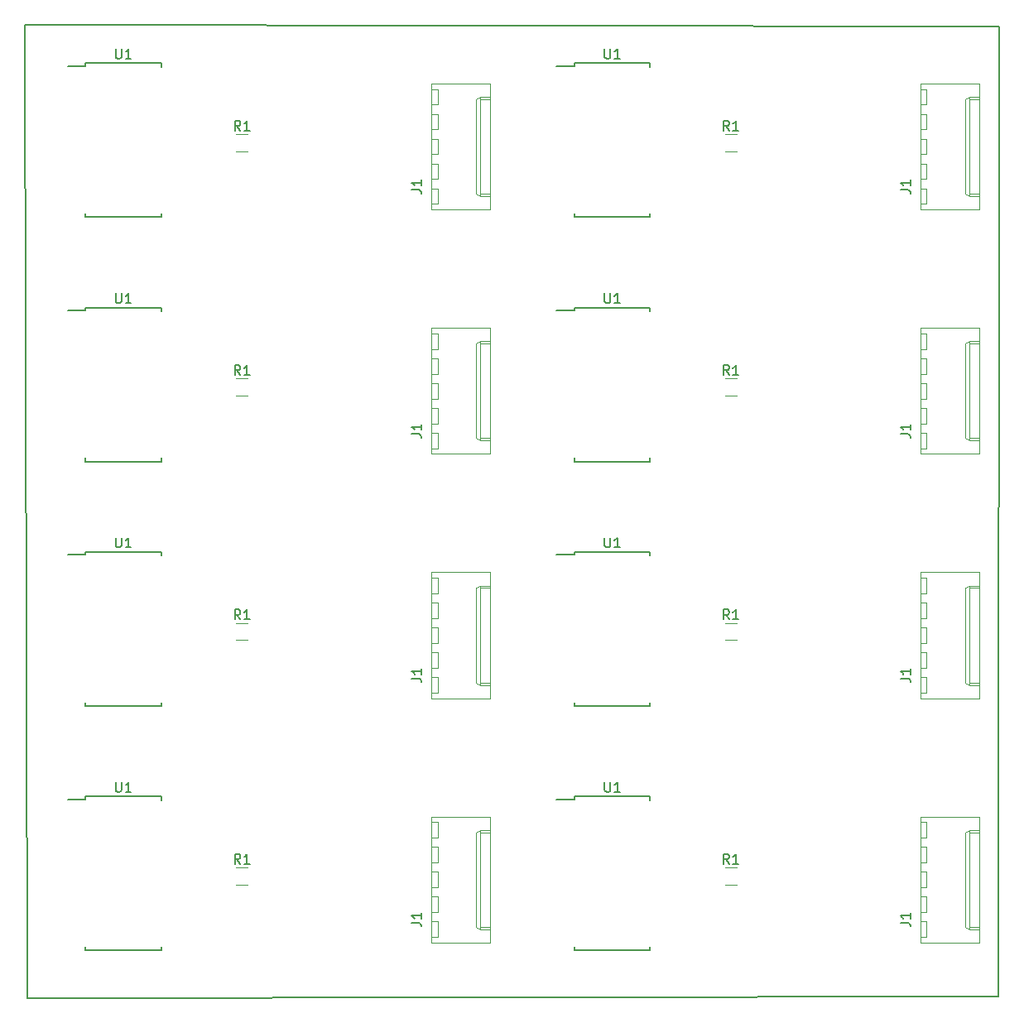
<source format=gbr>
G04 #@! TF.FileFunction,Legend,Top*
%FSLAX46Y46*%
G04 Gerber Fmt 4.6, Leading zero omitted, Abs format (unit mm)*
G04 Created by KiCad (PCBNEW 4.0.7-e2-6376~58~ubuntu16.04.1) date Fri Feb 16 09:21:29 2018*
%MOMM*%
%LPD*%
G01*
G04 APERTURE LIST*
%ADD10C,0.100000*%
%ADD11C,0.150000*%
%ADD12C,0.120000*%
G04 APERTURE END LIST*
D10*
D11*
X26695400Y-132054600D02*
X26441400Y-32486600D01*
X125958600Y-131876800D02*
X26695400Y-132054600D01*
X126060200Y-32689800D02*
X125958600Y-131876800D01*
X26441400Y-32486600D02*
X126060200Y-32689800D01*
D12*
X117998400Y-126408000D02*
X123998400Y-126408000D01*
X123998400Y-126408000D02*
X123998400Y-113508000D01*
X123998400Y-113508000D02*
X117998400Y-113508000D01*
X117998400Y-113508000D02*
X117998400Y-126408000D01*
X123998400Y-125038000D02*
X122998400Y-125038000D01*
X122998400Y-125038000D02*
X122998400Y-114878000D01*
X122998400Y-114878000D02*
X123998400Y-114878000D01*
X122998400Y-125038000D02*
X122568400Y-124788000D01*
X122568400Y-124788000D02*
X122568400Y-115128000D01*
X122568400Y-115128000D02*
X122998400Y-114878000D01*
X123998400Y-124788000D02*
X122998400Y-124788000D01*
X123998400Y-115128000D02*
X122998400Y-115128000D01*
X117998400Y-125838000D02*
X118618400Y-125838000D01*
X118618400Y-125838000D02*
X118618400Y-124238000D01*
X118618400Y-124238000D02*
X117998400Y-124238000D01*
X117998400Y-123298000D02*
X118618400Y-123298000D01*
X118618400Y-123298000D02*
X118618400Y-121698000D01*
X118618400Y-121698000D02*
X117998400Y-121698000D01*
X117998400Y-120758000D02*
X118618400Y-120758000D01*
X118618400Y-120758000D02*
X118618400Y-119158000D01*
X118618400Y-119158000D02*
X117998400Y-119158000D01*
X117998400Y-118218000D02*
X118618400Y-118218000D01*
X118618400Y-118218000D02*
X118618400Y-116618000D01*
X118618400Y-116618000D02*
X117998400Y-116618000D01*
X117998400Y-115678000D02*
X118618400Y-115678000D01*
X118618400Y-115678000D02*
X118618400Y-114078000D01*
X118618400Y-114078000D02*
X117998400Y-114078000D01*
X67998400Y-126408000D02*
X73998400Y-126408000D01*
X73998400Y-126408000D02*
X73998400Y-113508000D01*
X73998400Y-113508000D02*
X67998400Y-113508000D01*
X67998400Y-113508000D02*
X67998400Y-126408000D01*
X73998400Y-125038000D02*
X72998400Y-125038000D01*
X72998400Y-125038000D02*
X72998400Y-114878000D01*
X72998400Y-114878000D02*
X73998400Y-114878000D01*
X72998400Y-125038000D02*
X72568400Y-124788000D01*
X72568400Y-124788000D02*
X72568400Y-115128000D01*
X72568400Y-115128000D02*
X72998400Y-114878000D01*
X73998400Y-124788000D02*
X72998400Y-124788000D01*
X73998400Y-115128000D02*
X72998400Y-115128000D01*
X67998400Y-125838000D02*
X68618400Y-125838000D01*
X68618400Y-125838000D02*
X68618400Y-124238000D01*
X68618400Y-124238000D02*
X67998400Y-124238000D01*
X67998400Y-123298000D02*
X68618400Y-123298000D01*
X68618400Y-123298000D02*
X68618400Y-121698000D01*
X68618400Y-121698000D02*
X67998400Y-121698000D01*
X67998400Y-120758000D02*
X68618400Y-120758000D01*
X68618400Y-120758000D02*
X68618400Y-119158000D01*
X68618400Y-119158000D02*
X67998400Y-119158000D01*
X67998400Y-118218000D02*
X68618400Y-118218000D01*
X68618400Y-118218000D02*
X68618400Y-116618000D01*
X68618400Y-116618000D02*
X67998400Y-116618000D01*
X67998400Y-115678000D02*
X68618400Y-115678000D01*
X68618400Y-115678000D02*
X68618400Y-114078000D01*
X68618400Y-114078000D02*
X67998400Y-114078000D01*
X117998400Y-101408000D02*
X123998400Y-101408000D01*
X123998400Y-101408000D02*
X123998400Y-88508000D01*
X123998400Y-88508000D02*
X117998400Y-88508000D01*
X117998400Y-88508000D02*
X117998400Y-101408000D01*
X123998400Y-100038000D02*
X122998400Y-100038000D01*
X122998400Y-100038000D02*
X122998400Y-89878000D01*
X122998400Y-89878000D02*
X123998400Y-89878000D01*
X122998400Y-100038000D02*
X122568400Y-99788000D01*
X122568400Y-99788000D02*
X122568400Y-90128000D01*
X122568400Y-90128000D02*
X122998400Y-89878000D01*
X123998400Y-99788000D02*
X122998400Y-99788000D01*
X123998400Y-90128000D02*
X122998400Y-90128000D01*
X117998400Y-100838000D02*
X118618400Y-100838000D01*
X118618400Y-100838000D02*
X118618400Y-99238000D01*
X118618400Y-99238000D02*
X117998400Y-99238000D01*
X117998400Y-98298000D02*
X118618400Y-98298000D01*
X118618400Y-98298000D02*
X118618400Y-96698000D01*
X118618400Y-96698000D02*
X117998400Y-96698000D01*
X117998400Y-95758000D02*
X118618400Y-95758000D01*
X118618400Y-95758000D02*
X118618400Y-94158000D01*
X118618400Y-94158000D02*
X117998400Y-94158000D01*
X117998400Y-93218000D02*
X118618400Y-93218000D01*
X118618400Y-93218000D02*
X118618400Y-91618000D01*
X118618400Y-91618000D02*
X117998400Y-91618000D01*
X117998400Y-90678000D02*
X118618400Y-90678000D01*
X118618400Y-90678000D02*
X118618400Y-89078000D01*
X118618400Y-89078000D02*
X117998400Y-89078000D01*
X67998400Y-101408000D02*
X73998400Y-101408000D01*
X73998400Y-101408000D02*
X73998400Y-88508000D01*
X73998400Y-88508000D02*
X67998400Y-88508000D01*
X67998400Y-88508000D02*
X67998400Y-101408000D01*
X73998400Y-100038000D02*
X72998400Y-100038000D01*
X72998400Y-100038000D02*
X72998400Y-89878000D01*
X72998400Y-89878000D02*
X73998400Y-89878000D01*
X72998400Y-100038000D02*
X72568400Y-99788000D01*
X72568400Y-99788000D02*
X72568400Y-90128000D01*
X72568400Y-90128000D02*
X72998400Y-89878000D01*
X73998400Y-99788000D02*
X72998400Y-99788000D01*
X73998400Y-90128000D02*
X72998400Y-90128000D01*
X67998400Y-100838000D02*
X68618400Y-100838000D01*
X68618400Y-100838000D02*
X68618400Y-99238000D01*
X68618400Y-99238000D02*
X67998400Y-99238000D01*
X67998400Y-98298000D02*
X68618400Y-98298000D01*
X68618400Y-98298000D02*
X68618400Y-96698000D01*
X68618400Y-96698000D02*
X67998400Y-96698000D01*
X67998400Y-95758000D02*
X68618400Y-95758000D01*
X68618400Y-95758000D02*
X68618400Y-94158000D01*
X68618400Y-94158000D02*
X67998400Y-94158000D01*
X67998400Y-93218000D02*
X68618400Y-93218000D01*
X68618400Y-93218000D02*
X68618400Y-91618000D01*
X68618400Y-91618000D02*
X67998400Y-91618000D01*
X67998400Y-90678000D02*
X68618400Y-90678000D01*
X68618400Y-90678000D02*
X68618400Y-89078000D01*
X68618400Y-89078000D02*
X67998400Y-89078000D01*
X117998400Y-76408000D02*
X123998400Y-76408000D01*
X123998400Y-76408000D02*
X123998400Y-63508000D01*
X123998400Y-63508000D02*
X117998400Y-63508000D01*
X117998400Y-63508000D02*
X117998400Y-76408000D01*
X123998400Y-75038000D02*
X122998400Y-75038000D01*
X122998400Y-75038000D02*
X122998400Y-64878000D01*
X122998400Y-64878000D02*
X123998400Y-64878000D01*
X122998400Y-75038000D02*
X122568400Y-74788000D01*
X122568400Y-74788000D02*
X122568400Y-65128000D01*
X122568400Y-65128000D02*
X122998400Y-64878000D01*
X123998400Y-74788000D02*
X122998400Y-74788000D01*
X123998400Y-65128000D02*
X122998400Y-65128000D01*
X117998400Y-75838000D02*
X118618400Y-75838000D01*
X118618400Y-75838000D02*
X118618400Y-74238000D01*
X118618400Y-74238000D02*
X117998400Y-74238000D01*
X117998400Y-73298000D02*
X118618400Y-73298000D01*
X118618400Y-73298000D02*
X118618400Y-71698000D01*
X118618400Y-71698000D02*
X117998400Y-71698000D01*
X117998400Y-70758000D02*
X118618400Y-70758000D01*
X118618400Y-70758000D02*
X118618400Y-69158000D01*
X118618400Y-69158000D02*
X117998400Y-69158000D01*
X117998400Y-68218000D02*
X118618400Y-68218000D01*
X118618400Y-68218000D02*
X118618400Y-66618000D01*
X118618400Y-66618000D02*
X117998400Y-66618000D01*
X117998400Y-65678000D02*
X118618400Y-65678000D01*
X118618400Y-65678000D02*
X118618400Y-64078000D01*
X118618400Y-64078000D02*
X117998400Y-64078000D01*
X67998400Y-76408000D02*
X73998400Y-76408000D01*
X73998400Y-76408000D02*
X73998400Y-63508000D01*
X73998400Y-63508000D02*
X67998400Y-63508000D01*
X67998400Y-63508000D02*
X67998400Y-76408000D01*
X73998400Y-75038000D02*
X72998400Y-75038000D01*
X72998400Y-75038000D02*
X72998400Y-64878000D01*
X72998400Y-64878000D02*
X73998400Y-64878000D01*
X72998400Y-75038000D02*
X72568400Y-74788000D01*
X72568400Y-74788000D02*
X72568400Y-65128000D01*
X72568400Y-65128000D02*
X72998400Y-64878000D01*
X73998400Y-74788000D02*
X72998400Y-74788000D01*
X73998400Y-65128000D02*
X72998400Y-65128000D01*
X67998400Y-75838000D02*
X68618400Y-75838000D01*
X68618400Y-75838000D02*
X68618400Y-74238000D01*
X68618400Y-74238000D02*
X67998400Y-74238000D01*
X67998400Y-73298000D02*
X68618400Y-73298000D01*
X68618400Y-73298000D02*
X68618400Y-71698000D01*
X68618400Y-71698000D02*
X67998400Y-71698000D01*
X67998400Y-70758000D02*
X68618400Y-70758000D01*
X68618400Y-70758000D02*
X68618400Y-69158000D01*
X68618400Y-69158000D02*
X67998400Y-69158000D01*
X67998400Y-68218000D02*
X68618400Y-68218000D01*
X68618400Y-68218000D02*
X68618400Y-66618000D01*
X68618400Y-66618000D02*
X67998400Y-66618000D01*
X67998400Y-65678000D02*
X68618400Y-65678000D01*
X68618400Y-65678000D02*
X68618400Y-64078000D01*
X68618400Y-64078000D02*
X67998400Y-64078000D01*
X117998400Y-51408000D02*
X123998400Y-51408000D01*
X123998400Y-51408000D02*
X123998400Y-38508000D01*
X123998400Y-38508000D02*
X117998400Y-38508000D01*
X117998400Y-38508000D02*
X117998400Y-51408000D01*
X123998400Y-50038000D02*
X122998400Y-50038000D01*
X122998400Y-50038000D02*
X122998400Y-39878000D01*
X122998400Y-39878000D02*
X123998400Y-39878000D01*
X122998400Y-50038000D02*
X122568400Y-49788000D01*
X122568400Y-49788000D02*
X122568400Y-40128000D01*
X122568400Y-40128000D02*
X122998400Y-39878000D01*
X123998400Y-49788000D02*
X122998400Y-49788000D01*
X123998400Y-40128000D02*
X122998400Y-40128000D01*
X117998400Y-50838000D02*
X118618400Y-50838000D01*
X118618400Y-50838000D02*
X118618400Y-49238000D01*
X118618400Y-49238000D02*
X117998400Y-49238000D01*
X117998400Y-48298000D02*
X118618400Y-48298000D01*
X118618400Y-48298000D02*
X118618400Y-46698000D01*
X118618400Y-46698000D02*
X117998400Y-46698000D01*
X117998400Y-45758000D02*
X118618400Y-45758000D01*
X118618400Y-45758000D02*
X118618400Y-44158000D01*
X118618400Y-44158000D02*
X117998400Y-44158000D01*
X117998400Y-43218000D02*
X118618400Y-43218000D01*
X118618400Y-43218000D02*
X118618400Y-41618000D01*
X118618400Y-41618000D02*
X117998400Y-41618000D01*
X117998400Y-40678000D02*
X118618400Y-40678000D01*
X118618400Y-40678000D02*
X118618400Y-39078000D01*
X118618400Y-39078000D02*
X117998400Y-39078000D01*
X99215600Y-120457000D02*
X98015600Y-120457000D01*
X98015600Y-118697000D02*
X99215600Y-118697000D01*
X49215600Y-120457000D02*
X48015600Y-120457000D01*
X48015600Y-118697000D02*
X49215600Y-118697000D01*
X99215600Y-95457000D02*
X98015600Y-95457000D01*
X98015600Y-93697000D02*
X99215600Y-93697000D01*
X49215600Y-95457000D02*
X48015600Y-95457000D01*
X48015600Y-93697000D02*
X49215600Y-93697000D01*
X99215600Y-70457000D02*
X98015600Y-70457000D01*
X98015600Y-68697000D02*
X99215600Y-68697000D01*
X49215600Y-70457000D02*
X48015600Y-70457000D01*
X48015600Y-68697000D02*
X49215600Y-68697000D01*
X99215600Y-45457000D02*
X98015600Y-45457000D01*
X98015600Y-43697000D02*
X99215600Y-43697000D01*
D11*
X82599400Y-111449000D02*
X82599400Y-111724000D01*
X90349400Y-111449000D02*
X90349400Y-111814000D01*
X90349400Y-127199000D02*
X90349400Y-126834000D01*
X82599400Y-127199000D02*
X82599400Y-126834000D01*
X82599400Y-111449000D02*
X90349400Y-111449000D01*
X82599400Y-127199000D02*
X90349400Y-127199000D01*
X82599400Y-111724000D02*
X80774400Y-111724000D01*
X32599400Y-111449000D02*
X32599400Y-111724000D01*
X40349400Y-111449000D02*
X40349400Y-111814000D01*
X40349400Y-127199000D02*
X40349400Y-126834000D01*
X32599400Y-127199000D02*
X32599400Y-126834000D01*
X32599400Y-111449000D02*
X40349400Y-111449000D01*
X32599400Y-127199000D02*
X40349400Y-127199000D01*
X32599400Y-111724000D02*
X30774400Y-111724000D01*
X82599400Y-86449000D02*
X82599400Y-86724000D01*
X90349400Y-86449000D02*
X90349400Y-86814000D01*
X90349400Y-102199000D02*
X90349400Y-101834000D01*
X82599400Y-102199000D02*
X82599400Y-101834000D01*
X82599400Y-86449000D02*
X90349400Y-86449000D01*
X82599400Y-102199000D02*
X90349400Y-102199000D01*
X82599400Y-86724000D02*
X80774400Y-86724000D01*
X32599400Y-86449000D02*
X32599400Y-86724000D01*
X40349400Y-86449000D02*
X40349400Y-86814000D01*
X40349400Y-102199000D02*
X40349400Y-101834000D01*
X32599400Y-102199000D02*
X32599400Y-101834000D01*
X32599400Y-86449000D02*
X40349400Y-86449000D01*
X32599400Y-102199000D02*
X40349400Y-102199000D01*
X32599400Y-86724000D02*
X30774400Y-86724000D01*
X82599400Y-61449000D02*
X82599400Y-61724000D01*
X90349400Y-61449000D02*
X90349400Y-61814000D01*
X90349400Y-77199000D02*
X90349400Y-76834000D01*
X82599400Y-77199000D02*
X82599400Y-76834000D01*
X82599400Y-61449000D02*
X90349400Y-61449000D01*
X82599400Y-77199000D02*
X90349400Y-77199000D01*
X82599400Y-61724000D02*
X80774400Y-61724000D01*
X32599400Y-61449000D02*
X32599400Y-61724000D01*
X40349400Y-61449000D02*
X40349400Y-61814000D01*
X40349400Y-77199000D02*
X40349400Y-76834000D01*
X32599400Y-77199000D02*
X32599400Y-76834000D01*
X32599400Y-61449000D02*
X40349400Y-61449000D01*
X32599400Y-77199000D02*
X40349400Y-77199000D01*
X32599400Y-61724000D02*
X30774400Y-61724000D01*
X82599400Y-36449000D02*
X82599400Y-36724000D01*
X90349400Y-36449000D02*
X90349400Y-36814000D01*
X90349400Y-52199000D02*
X90349400Y-51834000D01*
X82599400Y-52199000D02*
X82599400Y-51834000D01*
X82599400Y-36449000D02*
X90349400Y-36449000D01*
X82599400Y-52199000D02*
X90349400Y-52199000D01*
X82599400Y-36724000D02*
X80774400Y-36724000D01*
X32599400Y-36449000D02*
X32599400Y-36724000D01*
X40349400Y-36449000D02*
X40349400Y-36814000D01*
X40349400Y-52199000D02*
X40349400Y-51834000D01*
X32599400Y-52199000D02*
X32599400Y-51834000D01*
X32599400Y-36449000D02*
X40349400Y-36449000D01*
X32599400Y-52199000D02*
X40349400Y-52199000D01*
X32599400Y-36724000D02*
X30774400Y-36724000D01*
D12*
X49215600Y-45457000D02*
X48015600Y-45457000D01*
X48015600Y-43697000D02*
X49215600Y-43697000D01*
X67998400Y-51408000D02*
X73998400Y-51408000D01*
X73998400Y-51408000D02*
X73998400Y-38508000D01*
X73998400Y-38508000D02*
X67998400Y-38508000D01*
X67998400Y-38508000D02*
X67998400Y-51408000D01*
X73998400Y-50038000D02*
X72998400Y-50038000D01*
X72998400Y-50038000D02*
X72998400Y-39878000D01*
X72998400Y-39878000D02*
X73998400Y-39878000D01*
X72998400Y-50038000D02*
X72568400Y-49788000D01*
X72568400Y-49788000D02*
X72568400Y-40128000D01*
X72568400Y-40128000D02*
X72998400Y-39878000D01*
X73998400Y-49788000D02*
X72998400Y-49788000D01*
X73998400Y-40128000D02*
X72998400Y-40128000D01*
X67998400Y-50838000D02*
X68618400Y-50838000D01*
X68618400Y-50838000D02*
X68618400Y-49238000D01*
X68618400Y-49238000D02*
X67998400Y-49238000D01*
X67998400Y-48298000D02*
X68618400Y-48298000D01*
X68618400Y-48298000D02*
X68618400Y-46698000D01*
X68618400Y-46698000D02*
X67998400Y-46698000D01*
X67998400Y-45758000D02*
X68618400Y-45758000D01*
X68618400Y-45758000D02*
X68618400Y-44158000D01*
X68618400Y-44158000D02*
X67998400Y-44158000D01*
X67998400Y-43218000D02*
X68618400Y-43218000D01*
X68618400Y-43218000D02*
X68618400Y-41618000D01*
X68618400Y-41618000D02*
X67998400Y-41618000D01*
X67998400Y-40678000D02*
X68618400Y-40678000D01*
X68618400Y-40678000D02*
X68618400Y-39078000D01*
X68618400Y-39078000D02*
X67998400Y-39078000D01*
D11*
X115970781Y-124371333D02*
X116685067Y-124371333D01*
X116827924Y-124418953D01*
X116923162Y-124514191D01*
X116970781Y-124657048D01*
X116970781Y-124752286D01*
X116970781Y-123371333D02*
X116970781Y-123942762D01*
X116970781Y-123657048D02*
X115970781Y-123657048D01*
X116113638Y-123752286D01*
X116208876Y-123847524D01*
X116256495Y-123942762D01*
X65970781Y-124371333D02*
X66685067Y-124371333D01*
X66827924Y-124418953D01*
X66923162Y-124514191D01*
X66970781Y-124657048D01*
X66970781Y-124752286D01*
X66970781Y-123371333D02*
X66970781Y-123942762D01*
X66970781Y-123657048D02*
X65970781Y-123657048D01*
X66113638Y-123752286D01*
X66208876Y-123847524D01*
X66256495Y-123942762D01*
X115970781Y-99371333D02*
X116685067Y-99371333D01*
X116827924Y-99418953D01*
X116923162Y-99514191D01*
X116970781Y-99657048D01*
X116970781Y-99752286D01*
X116970781Y-98371333D02*
X116970781Y-98942762D01*
X116970781Y-98657048D02*
X115970781Y-98657048D01*
X116113638Y-98752286D01*
X116208876Y-98847524D01*
X116256495Y-98942762D01*
X65970781Y-99371333D02*
X66685067Y-99371333D01*
X66827924Y-99418953D01*
X66923162Y-99514191D01*
X66970781Y-99657048D01*
X66970781Y-99752286D01*
X66970781Y-98371333D02*
X66970781Y-98942762D01*
X66970781Y-98657048D02*
X65970781Y-98657048D01*
X66113638Y-98752286D01*
X66208876Y-98847524D01*
X66256495Y-98942762D01*
X115970781Y-74371333D02*
X116685067Y-74371333D01*
X116827924Y-74418953D01*
X116923162Y-74514191D01*
X116970781Y-74657048D01*
X116970781Y-74752286D01*
X116970781Y-73371333D02*
X116970781Y-73942762D01*
X116970781Y-73657048D02*
X115970781Y-73657048D01*
X116113638Y-73752286D01*
X116208876Y-73847524D01*
X116256495Y-73942762D01*
X65970781Y-74371333D02*
X66685067Y-74371333D01*
X66827924Y-74418953D01*
X66923162Y-74514191D01*
X66970781Y-74657048D01*
X66970781Y-74752286D01*
X66970781Y-73371333D02*
X66970781Y-73942762D01*
X66970781Y-73657048D02*
X65970781Y-73657048D01*
X66113638Y-73752286D01*
X66208876Y-73847524D01*
X66256495Y-73942762D01*
X115970781Y-49371333D02*
X116685067Y-49371333D01*
X116827924Y-49418953D01*
X116923162Y-49514191D01*
X116970781Y-49657048D01*
X116970781Y-49752286D01*
X116970781Y-48371333D02*
X116970781Y-48942762D01*
X116970781Y-48657048D02*
X115970781Y-48657048D01*
X116113638Y-48752286D01*
X116208876Y-48847524D01*
X116256495Y-48942762D01*
X98448934Y-118329381D02*
X98115600Y-117853190D01*
X97877505Y-118329381D02*
X97877505Y-117329381D01*
X98258458Y-117329381D01*
X98353696Y-117377000D01*
X98401315Y-117424619D01*
X98448934Y-117519857D01*
X98448934Y-117662714D01*
X98401315Y-117757952D01*
X98353696Y-117805571D01*
X98258458Y-117853190D01*
X97877505Y-117853190D01*
X99401315Y-118329381D02*
X98829886Y-118329381D01*
X99115600Y-118329381D02*
X99115600Y-117329381D01*
X99020362Y-117472238D01*
X98925124Y-117567476D01*
X98829886Y-117615095D01*
X48448934Y-118329381D02*
X48115600Y-117853190D01*
X47877505Y-118329381D02*
X47877505Y-117329381D01*
X48258458Y-117329381D01*
X48353696Y-117377000D01*
X48401315Y-117424619D01*
X48448934Y-117519857D01*
X48448934Y-117662714D01*
X48401315Y-117757952D01*
X48353696Y-117805571D01*
X48258458Y-117853190D01*
X47877505Y-117853190D01*
X49401315Y-118329381D02*
X48829886Y-118329381D01*
X49115600Y-118329381D02*
X49115600Y-117329381D01*
X49020362Y-117472238D01*
X48925124Y-117567476D01*
X48829886Y-117615095D01*
X98448934Y-93329381D02*
X98115600Y-92853190D01*
X97877505Y-93329381D02*
X97877505Y-92329381D01*
X98258458Y-92329381D01*
X98353696Y-92377000D01*
X98401315Y-92424619D01*
X98448934Y-92519857D01*
X98448934Y-92662714D01*
X98401315Y-92757952D01*
X98353696Y-92805571D01*
X98258458Y-92853190D01*
X97877505Y-92853190D01*
X99401315Y-93329381D02*
X98829886Y-93329381D01*
X99115600Y-93329381D02*
X99115600Y-92329381D01*
X99020362Y-92472238D01*
X98925124Y-92567476D01*
X98829886Y-92615095D01*
X48448934Y-93329381D02*
X48115600Y-92853190D01*
X47877505Y-93329381D02*
X47877505Y-92329381D01*
X48258458Y-92329381D01*
X48353696Y-92377000D01*
X48401315Y-92424619D01*
X48448934Y-92519857D01*
X48448934Y-92662714D01*
X48401315Y-92757952D01*
X48353696Y-92805571D01*
X48258458Y-92853190D01*
X47877505Y-92853190D01*
X49401315Y-93329381D02*
X48829886Y-93329381D01*
X49115600Y-93329381D02*
X49115600Y-92329381D01*
X49020362Y-92472238D01*
X48925124Y-92567476D01*
X48829886Y-92615095D01*
X98448934Y-68329381D02*
X98115600Y-67853190D01*
X97877505Y-68329381D02*
X97877505Y-67329381D01*
X98258458Y-67329381D01*
X98353696Y-67377000D01*
X98401315Y-67424619D01*
X98448934Y-67519857D01*
X98448934Y-67662714D01*
X98401315Y-67757952D01*
X98353696Y-67805571D01*
X98258458Y-67853190D01*
X97877505Y-67853190D01*
X99401315Y-68329381D02*
X98829886Y-68329381D01*
X99115600Y-68329381D02*
X99115600Y-67329381D01*
X99020362Y-67472238D01*
X98925124Y-67567476D01*
X98829886Y-67615095D01*
X48448934Y-68329381D02*
X48115600Y-67853190D01*
X47877505Y-68329381D02*
X47877505Y-67329381D01*
X48258458Y-67329381D01*
X48353696Y-67377000D01*
X48401315Y-67424619D01*
X48448934Y-67519857D01*
X48448934Y-67662714D01*
X48401315Y-67757952D01*
X48353696Y-67805571D01*
X48258458Y-67853190D01*
X47877505Y-67853190D01*
X49401315Y-68329381D02*
X48829886Y-68329381D01*
X49115600Y-68329381D02*
X49115600Y-67329381D01*
X49020362Y-67472238D01*
X48925124Y-67567476D01*
X48829886Y-67615095D01*
X98448934Y-43329381D02*
X98115600Y-42853190D01*
X97877505Y-43329381D02*
X97877505Y-42329381D01*
X98258458Y-42329381D01*
X98353696Y-42377000D01*
X98401315Y-42424619D01*
X98448934Y-42519857D01*
X98448934Y-42662714D01*
X98401315Y-42757952D01*
X98353696Y-42805571D01*
X98258458Y-42853190D01*
X97877505Y-42853190D01*
X99401315Y-43329381D02*
X98829886Y-43329381D01*
X99115600Y-43329381D02*
X99115600Y-42329381D01*
X99020362Y-42472238D01*
X98925124Y-42567476D01*
X98829886Y-42615095D01*
X85712495Y-109976381D02*
X85712495Y-110785905D01*
X85760114Y-110881143D01*
X85807733Y-110928762D01*
X85902971Y-110976381D01*
X86093448Y-110976381D01*
X86188686Y-110928762D01*
X86236305Y-110881143D01*
X86283924Y-110785905D01*
X86283924Y-109976381D01*
X87283924Y-110976381D02*
X86712495Y-110976381D01*
X86998209Y-110976381D02*
X86998209Y-109976381D01*
X86902971Y-110119238D01*
X86807733Y-110214476D01*
X86712495Y-110262095D01*
X35712495Y-109976381D02*
X35712495Y-110785905D01*
X35760114Y-110881143D01*
X35807733Y-110928762D01*
X35902971Y-110976381D01*
X36093448Y-110976381D01*
X36188686Y-110928762D01*
X36236305Y-110881143D01*
X36283924Y-110785905D01*
X36283924Y-109976381D01*
X37283924Y-110976381D02*
X36712495Y-110976381D01*
X36998209Y-110976381D02*
X36998209Y-109976381D01*
X36902971Y-110119238D01*
X36807733Y-110214476D01*
X36712495Y-110262095D01*
X85712495Y-84976381D02*
X85712495Y-85785905D01*
X85760114Y-85881143D01*
X85807733Y-85928762D01*
X85902971Y-85976381D01*
X86093448Y-85976381D01*
X86188686Y-85928762D01*
X86236305Y-85881143D01*
X86283924Y-85785905D01*
X86283924Y-84976381D01*
X87283924Y-85976381D02*
X86712495Y-85976381D01*
X86998209Y-85976381D02*
X86998209Y-84976381D01*
X86902971Y-85119238D01*
X86807733Y-85214476D01*
X86712495Y-85262095D01*
X35712495Y-84976381D02*
X35712495Y-85785905D01*
X35760114Y-85881143D01*
X35807733Y-85928762D01*
X35902971Y-85976381D01*
X36093448Y-85976381D01*
X36188686Y-85928762D01*
X36236305Y-85881143D01*
X36283924Y-85785905D01*
X36283924Y-84976381D01*
X37283924Y-85976381D02*
X36712495Y-85976381D01*
X36998209Y-85976381D02*
X36998209Y-84976381D01*
X36902971Y-85119238D01*
X36807733Y-85214476D01*
X36712495Y-85262095D01*
X85712495Y-59976381D02*
X85712495Y-60785905D01*
X85760114Y-60881143D01*
X85807733Y-60928762D01*
X85902971Y-60976381D01*
X86093448Y-60976381D01*
X86188686Y-60928762D01*
X86236305Y-60881143D01*
X86283924Y-60785905D01*
X86283924Y-59976381D01*
X87283924Y-60976381D02*
X86712495Y-60976381D01*
X86998209Y-60976381D02*
X86998209Y-59976381D01*
X86902971Y-60119238D01*
X86807733Y-60214476D01*
X86712495Y-60262095D01*
X35712495Y-59976381D02*
X35712495Y-60785905D01*
X35760114Y-60881143D01*
X35807733Y-60928762D01*
X35902971Y-60976381D01*
X36093448Y-60976381D01*
X36188686Y-60928762D01*
X36236305Y-60881143D01*
X36283924Y-60785905D01*
X36283924Y-59976381D01*
X37283924Y-60976381D02*
X36712495Y-60976381D01*
X36998209Y-60976381D02*
X36998209Y-59976381D01*
X36902971Y-60119238D01*
X36807733Y-60214476D01*
X36712495Y-60262095D01*
X85712495Y-34976381D02*
X85712495Y-35785905D01*
X85760114Y-35881143D01*
X85807733Y-35928762D01*
X85902971Y-35976381D01*
X86093448Y-35976381D01*
X86188686Y-35928762D01*
X86236305Y-35881143D01*
X86283924Y-35785905D01*
X86283924Y-34976381D01*
X87283924Y-35976381D02*
X86712495Y-35976381D01*
X86998209Y-35976381D02*
X86998209Y-34976381D01*
X86902971Y-35119238D01*
X86807733Y-35214476D01*
X86712495Y-35262095D01*
X35712495Y-34976381D02*
X35712495Y-35785905D01*
X35760114Y-35881143D01*
X35807733Y-35928762D01*
X35902971Y-35976381D01*
X36093448Y-35976381D01*
X36188686Y-35928762D01*
X36236305Y-35881143D01*
X36283924Y-35785905D01*
X36283924Y-34976381D01*
X37283924Y-35976381D02*
X36712495Y-35976381D01*
X36998209Y-35976381D02*
X36998209Y-34976381D01*
X36902971Y-35119238D01*
X36807733Y-35214476D01*
X36712495Y-35262095D01*
X48448934Y-43329381D02*
X48115600Y-42853190D01*
X47877505Y-43329381D02*
X47877505Y-42329381D01*
X48258458Y-42329381D01*
X48353696Y-42377000D01*
X48401315Y-42424619D01*
X48448934Y-42519857D01*
X48448934Y-42662714D01*
X48401315Y-42757952D01*
X48353696Y-42805571D01*
X48258458Y-42853190D01*
X47877505Y-42853190D01*
X49401315Y-43329381D02*
X48829886Y-43329381D01*
X49115600Y-43329381D02*
X49115600Y-42329381D01*
X49020362Y-42472238D01*
X48925124Y-42567476D01*
X48829886Y-42615095D01*
X65970781Y-49371333D02*
X66685067Y-49371333D01*
X66827924Y-49418953D01*
X66923162Y-49514191D01*
X66970781Y-49657048D01*
X66970781Y-49752286D01*
X66970781Y-48371333D02*
X66970781Y-48942762D01*
X66970781Y-48657048D02*
X65970781Y-48657048D01*
X66113638Y-48752286D01*
X66208876Y-48847524D01*
X66256495Y-48942762D01*
M02*

</source>
